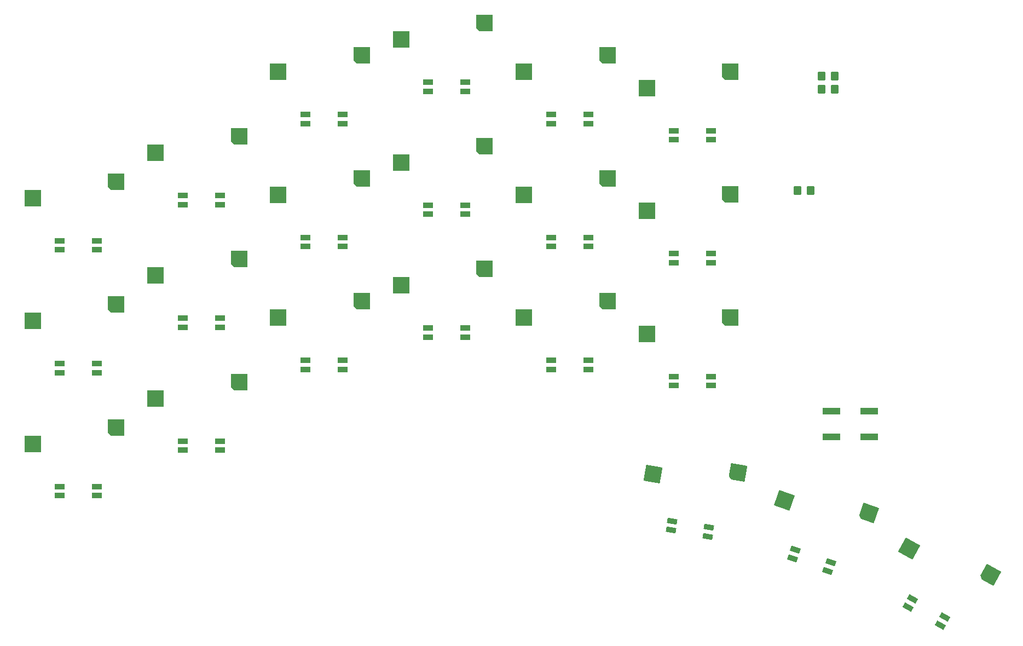
<source format=gbp>
G04 #@! TF.GenerationSoftware,KiCad,Pcbnew,8.0.1*
G04 #@! TF.CreationDate,2024-06-04T22:11:00+02:00*
G04 #@! TF.ProjectId,cornia,636f726e-6961-42e6-9b69-6361645f7063,rev?*
G04 #@! TF.SameCoordinates,Original*
G04 #@! TF.FileFunction,Paste,Bot*
G04 #@! TF.FilePolarity,Positive*
%FSLAX46Y46*%
G04 Gerber Fmt 4.6, Leading zero omitted, Abs format (unit mm)*
G04 Created by KiCad (PCBNEW 8.0.1) date 2024-06-04 22:11:00*
%MOMM*%
%LPD*%
G01*
G04 APERTURE LIST*
G04 Aperture macros list*
%AMRoundRect*
0 Rectangle with rounded corners*
0 $1 Rounding radius*
0 $2 $3 $4 $5 $6 $7 $8 $9 X,Y pos of 4 corners*
0 Add a 4 corners polygon primitive as box body*
4,1,4,$2,$3,$4,$5,$6,$7,$8,$9,$2,$3,0*
0 Add four circle primitives for the rounded corners*
1,1,$1+$1,$2,$3*
1,1,$1+$1,$4,$5*
1,1,$1+$1,$6,$7*
1,1,$1+$1,$8,$9*
0 Add four rect primitives between the rounded corners*
20,1,$1+$1,$2,$3,$4,$5,0*
20,1,$1+$1,$4,$5,$6,$7,0*
20,1,$1+$1,$6,$7,$8,$9,0*
20,1,$1+$1,$8,$9,$2,$3,0*%
%AMRotRect*
0 Rectangle, with rotation*
0 The origin of the aperture is its center*
0 $1 length*
0 $2 width*
0 $3 Rotation angle, in degrees counterclockwise*
0 Add horizontal line*
21,1,$1,$2,0,0,$3*%
%AMOutline5P*
0 Free polygon, 5 corners , with rotation*
0 The origin of the aperture is its center*
0 number of corners: always 5*
0 $1 to $10 corner X, Y*
0 $11 Rotation angle, in degrees counterclockwise*
0 create outline with 5 corners*
4,1,5,$1,$2,$3,$4,$5,$6,$7,$8,$9,$10,$1,$2,$11*%
%AMOutline6P*
0 Free polygon, 6 corners , with rotation*
0 The origin of the aperture is its center*
0 number of corners: always 6*
0 $1 to $12 corner X, Y*
0 $13 Rotation angle, in degrees counterclockwise*
0 create outline with 6 corners*
4,1,6,$1,$2,$3,$4,$5,$6,$7,$8,$9,$10,$11,$12,$1,$2,$13*%
%AMOutline7P*
0 Free polygon, 7 corners , with rotation*
0 The origin of the aperture is its center*
0 number of corners: always 7*
0 $1 to $14 corner X, Y*
0 $15 Rotation angle, in degrees counterclockwise*
0 create outline with 7 corners*
4,1,7,$1,$2,$3,$4,$5,$6,$7,$8,$9,$10,$11,$12,$13,$14,$1,$2,$15*%
%AMOutline8P*
0 Free polygon, 8 corners , with rotation*
0 The origin of the aperture is its center*
0 number of corners: always 8*
0 $1 to $16 corner X, Y*
0 $17 Rotation angle, in degrees counterclockwise*
0 create outline with 8 corners*
4,1,8,$1,$2,$3,$4,$5,$6,$7,$8,$9,$10,$11,$12,$13,$14,$15,$16,$1,$2,$17*%
G04 Aperture macros list end*
%ADD10Outline5P,-1.275000X1.250000X0.825000X1.250000X1.275000X0.800000X1.275000X-1.250000X-1.275000X-1.250000X180.000000*%
%ADD11R,2.550000X2.500000*%
%ADD12R,1.540000X0.825000*%
%ADD13R,1.540000X0.822500*%
%ADD14RotRect,1.540000X0.825000X330.970000*%
%ADD15RotRect,1.540000X0.822500X330.970000*%
%ADD16Outline5P,-1.275000X1.250000X0.825000X1.250000X1.275000X0.800000X1.275000X-1.250000X-1.275000X-1.250000X150.970000*%
%ADD17RotRect,2.550000X2.500000X150.970000*%
%ADD18RotRect,1.540000X0.825000X350.170000*%
%ADD19RotRect,1.540000X0.822500X350.170000*%
%ADD20Outline5P,-1.275000X1.250000X0.825000X1.250000X1.275000X0.800000X1.275000X-1.250000X-1.275000X-1.250000X160.570000*%
%ADD21RotRect,2.550000X2.500000X160.570000*%
%ADD22RotRect,1.540000X0.825000X340.570000*%
%ADD23RotRect,1.540000X0.822500X340.570000*%
%ADD24Outline5P,-1.275000X1.250000X0.825000X1.250000X1.275000X0.800000X1.275000X-1.250000X-1.275000X-1.250000X170.171000*%
%ADD25RotRect,2.550000X2.500000X170.171000*%
%ADD26RoundRect,0.250000X0.350000X0.450000X-0.350000X0.450000X-0.350000X-0.450000X0.350000X-0.450000X0*%
%ADD27R,2.800000X1.000000*%
G04 APERTURE END LIST*
D10*
X36020600Y-87598750D03*
D11*
X23093600Y-90138750D03*
D10*
X131020600Y-70598750D03*
D11*
X118093600Y-73138750D03*
D12*
X27288600Y-77738750D03*
X27288600Y-79138750D03*
D13*
X33048600Y-79140000D03*
D12*
X33048600Y-77738750D03*
D10*
X36020600Y-68598750D03*
D11*
X23093600Y-71138750D03*
D14*
X159155093Y-114142361D03*
X158475718Y-115366473D03*
D15*
X163511458Y-118162706D03*
D14*
X164191440Y-116937501D03*
D12*
X46288600Y-51738750D03*
X46288600Y-53138750D03*
D13*
X52048600Y-53140000D03*
D12*
X52048600Y-51738750D03*
D16*
X171225400Y-110388014D03*
D17*
X158689895Y-106335850D03*
D12*
X103288600Y-77238750D03*
X103288600Y-78638750D03*
D13*
X109048600Y-78640000D03*
D12*
X109048600Y-77238750D03*
X84288600Y-72238750D03*
X84288600Y-73638750D03*
D13*
X90048600Y-73640000D03*
D12*
X90048600Y-72238750D03*
X122288600Y-41738750D03*
X122288600Y-43138750D03*
D13*
X128048600Y-43140000D03*
D12*
X128048600Y-41738750D03*
D18*
X122049444Y-102077602D03*
X121810429Y-103457048D03*
D19*
X127485650Y-104441658D03*
D18*
X127724879Y-103060980D03*
D10*
X93020600Y-25098750D03*
D11*
X80093600Y-27638750D03*
D12*
X65288600Y-58238750D03*
X65288600Y-59638750D03*
D13*
X71048600Y-59640000D03*
D12*
X71048600Y-58238750D03*
D20*
X152380534Y-100835329D03*
D21*
X139344801Y-98930442D03*
D10*
X74020600Y-30098750D03*
D11*
X61093600Y-32638750D03*
D10*
X93020600Y-63098750D03*
D11*
X80093600Y-65638750D03*
D10*
X55020600Y-80598750D03*
D11*
X42093600Y-83138750D03*
D12*
X84288600Y-53238750D03*
X84288600Y-54638750D03*
D13*
X90048600Y-54640000D03*
D12*
X90048600Y-53238750D03*
D10*
X131020600Y-32598750D03*
D11*
X118093600Y-35138750D03*
D12*
X122288600Y-79738750D03*
X122288600Y-81138750D03*
D13*
X128048600Y-81140000D03*
D12*
X128048600Y-79738750D03*
D22*
X141105367Y-106550051D03*
X140639651Y-107870319D03*
D23*
X146071195Y-109787590D03*
D22*
X146537327Y-108466143D03*
D12*
X65288600Y-77238750D03*
X65288600Y-78638750D03*
D13*
X71048600Y-78640000D03*
D12*
X71048600Y-77238750D03*
D10*
X74020600Y-49098750D03*
D11*
X61093600Y-51638750D03*
D10*
X112020600Y-68098750D03*
D11*
X99093600Y-70638750D03*
D12*
X65288600Y-39238750D03*
X65288600Y-40638750D03*
D13*
X71048600Y-40640000D03*
D12*
X71048600Y-39238750D03*
D10*
X112020600Y-30098750D03*
D11*
X99093600Y-32638750D03*
D24*
X132213607Y-94562448D03*
D25*
X119042756Y-94858419D03*
D10*
X131020600Y-51598750D03*
D11*
X118093600Y-54138750D03*
D10*
X36020600Y-49598750D03*
D11*
X23093600Y-52138750D03*
D12*
X103288600Y-58238750D03*
X103288600Y-59638750D03*
D13*
X109048600Y-59640000D03*
D12*
X109048600Y-58238750D03*
D10*
X55020600Y-61598750D03*
D11*
X42093600Y-64138750D03*
D12*
X103288600Y-39238750D03*
X103288600Y-40638750D03*
D13*
X109048600Y-40640000D03*
D12*
X109048600Y-39238750D03*
X122288600Y-60738750D03*
X122288600Y-62138750D03*
D13*
X128048600Y-62140000D03*
D12*
X128048600Y-60738750D03*
D10*
X55020600Y-42598750D03*
D11*
X42093600Y-45138750D03*
D12*
X27288600Y-96738750D03*
X27288600Y-98138750D03*
D13*
X33048600Y-98140000D03*
D12*
X33048600Y-96738750D03*
X46288600Y-89738750D03*
X46288600Y-91138750D03*
D13*
X52048600Y-91140000D03*
D12*
X52048600Y-89738750D03*
X46288600Y-70738750D03*
X46288600Y-72138750D03*
D13*
X52048600Y-72140000D03*
D12*
X52048600Y-70738750D03*
D10*
X74020600Y-68098750D03*
D11*
X61093600Y-70638750D03*
D12*
X27288600Y-58738750D03*
X27288600Y-60138750D03*
D13*
X33048600Y-60140000D03*
D12*
X33048600Y-58738750D03*
D10*
X112020600Y-49098750D03*
D11*
X99093600Y-51638750D03*
D12*
X84288600Y-34238750D03*
X84288600Y-35638750D03*
D13*
X90048600Y-35640000D03*
D12*
X90048600Y-34238750D03*
D10*
X93020600Y-44098750D03*
D11*
X80093600Y-46638750D03*
D26*
X143400000Y-51000000D03*
X141400000Y-51000000D03*
X147168600Y-35288750D03*
X145168600Y-35288750D03*
X147168600Y-33288750D03*
X145168600Y-33288750D03*
D27*
X146668600Y-89088750D03*
X152468600Y-89088750D03*
X146668600Y-85088750D03*
X152468600Y-85088750D03*
M02*

</source>
